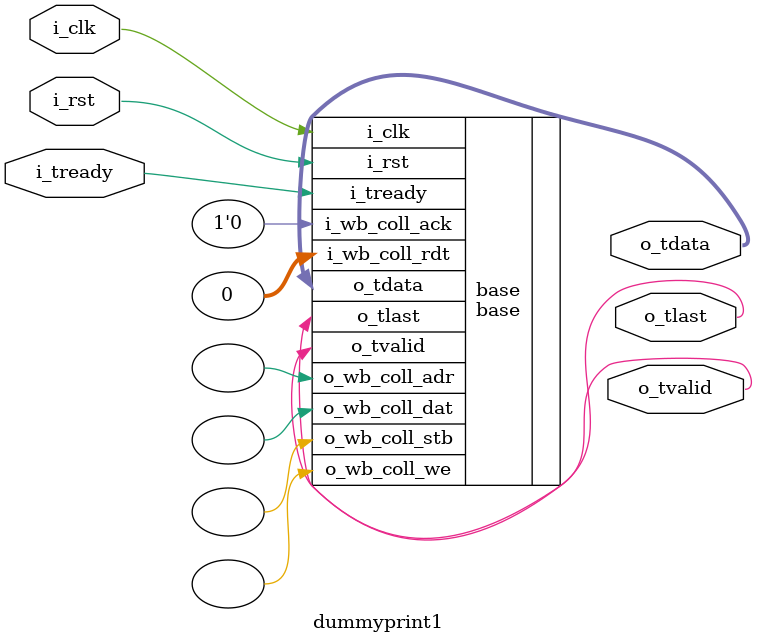
<source format=v>
module dummyprint1
  (input wire 	     i_clk,
   input wire 	     i_rst,
   output wire [7:0] o_tdata,
   output wire 	     o_tlast,
   output wire 	     o_tvalid,
   input wire 	     i_tready);

   parameter memfile = "dummyprint1.hex";

   base #(.memfile (memfile)) base
     (.i_clk    (i_clk),
      .i_rst    (i_rst),
      .o_wb_coll_adr (),
      .o_wb_coll_dat (),
      .o_wb_coll_we  (),
      .o_wb_coll_stb (),
      .i_wb_coll_rdt (32'd0),
      .i_wb_coll_ack (1'b0),
      .o_tdata  (o_tdata),
      .o_tlast  (o_tlast),
      .o_tvalid (o_tvalid),
      .i_tready (i_tready));

endmodule

</source>
